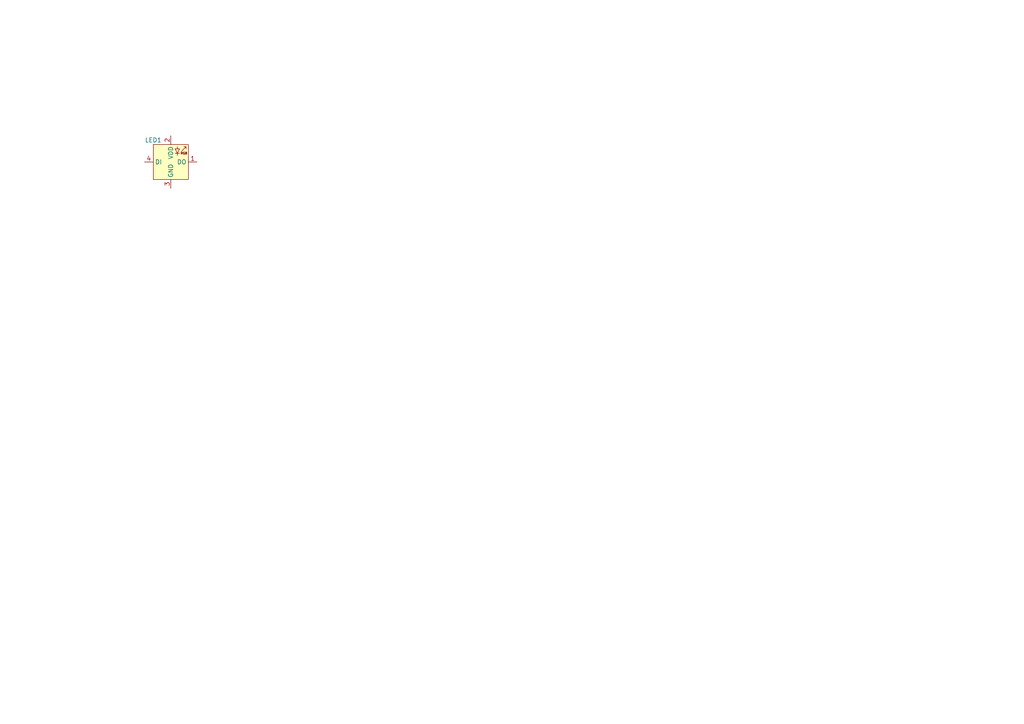
<source format=kicad_sch>
(kicad_sch (version 20230121) (generator eeschema)
  (paper "A4")
  (lib_symbols
    (symbol "project_parts:LED_1010RGBC"
      (property "Reference" "LED" (at -7.62 6.35 0))
      (symbol "LED_1010RGBC_1_1"
        (rectangle (start -5.08 5.08) (end 5.08 -5.08) (fill (type background)))
        (polyline (pts (xy 1.27 2.54) (xy 2.54 2.54)))
        (polyline (pts (xy 1.905 2.54) (xy 1.905 1.905)))
        (polyline (pts (xy 1.905 4.445) (xy 1.905 3.81)))
        (polyline (pts (xy 4.445 4.445) (xy 4.445 3.81)))
        (polyline (pts (xy 3.175 3.175) (xy 4.445 4.445) (xy 3.81 4.445)))
        (polyline (pts (xy 1.27 3.81) (xy 2.54 3.81) (xy 1.905 2.54) (xy 1.27 3.81)))
        (text "RGB" (at 3.81 2.54 0) (effects (font (size 0.635 0.635))))
        (pin output line (at 7.62 0 180) (length 2.54) (name "DO") (number "1"))
        (pin power_in line (at 0 7.62 270) (length 2.54) (name "VDD") (number "2"))
        (pin power_in line (at 0 -7.62 90) (length 2.54) (name "GND") (number "3"))
        (pin input line (at -7.62 0 0) (length 2.54) (name "DI") (number "4"))
      )
    )
  )
  (symbol (lib_id "project_parts:LED_1010RGBC") (at 49.53 46.99 0) (unit 1)
    (property "Reference" "LED1" (at 44.45 40.64 0))
    (property "Footprint" "project_parts:LED_1010RGBC" (effects hide))
    (property "Datasheet" "https://datasheet.lcsc.com/lcsc/2301111010_XINGLIGHT-XL-1010RGBC-WS2812B_C5349953.pdf" (effects hide))
    (property "LCSC#" "C5349953" (effects hide))
  )
)
</source>
